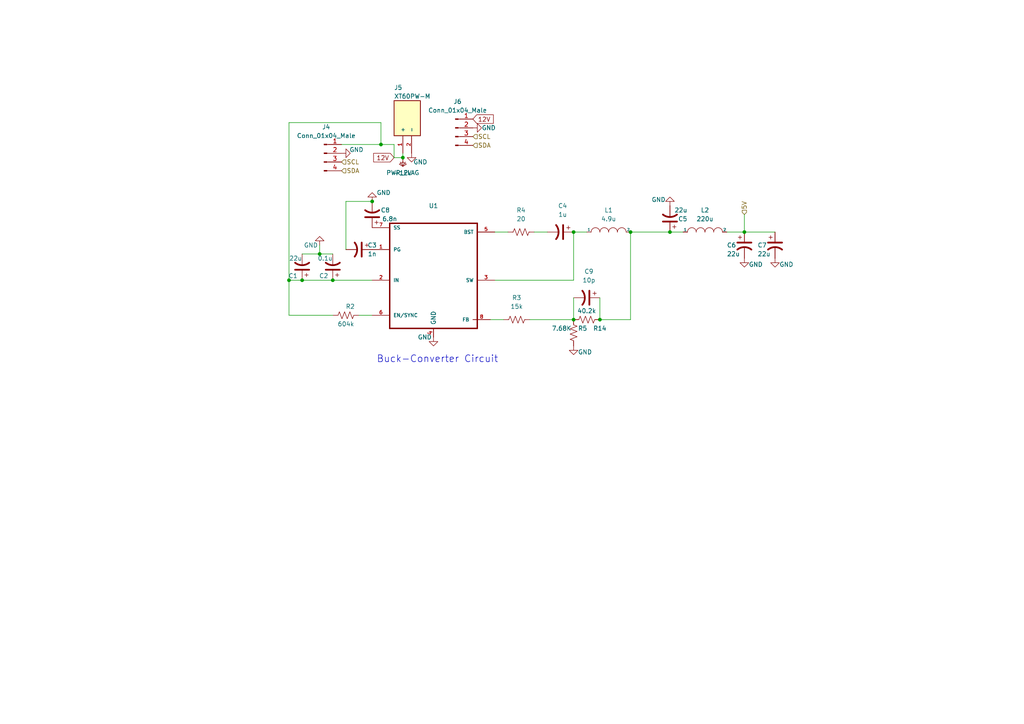
<source format=kicad_sch>
(kicad_sch (version 20211123) (generator eeschema)

  (uuid 44d8279a-9cd1-4db6-856f-0363131605fc)

  (paper "A4")

  (lib_symbols
    (symbol "Connector:Conn_01x04_Male" (pin_names (offset 1.016) hide) (in_bom yes) (on_board yes)
      (property "Reference" "J" (id 0) (at 0 5.08 0)
        (effects (font (size 1.27 1.27)))
      )
      (property "Value" "Conn_01x04_Male" (id 1) (at 0 -7.62 0)
        (effects (font (size 1.27 1.27)))
      )
      (property "Footprint" "" (id 2) (at 0 0 0)
        (effects (font (size 1.27 1.27)) hide)
      )
      (property "Datasheet" "~" (id 3) (at 0 0 0)
        (effects (font (size 1.27 1.27)) hide)
      )
      (property "ki_keywords" "connector" (id 4) (at 0 0 0)
        (effects (font (size 1.27 1.27)) hide)
      )
      (property "ki_description" "Generic connector, single row, 01x04, script generated (kicad-library-utils/schlib/autogen/connector/)" (id 5) (at 0 0 0)
        (effects (font (size 1.27 1.27)) hide)
      )
      (property "ki_fp_filters" "Connector*:*_1x??_*" (id 6) (at 0 0 0)
        (effects (font (size 1.27 1.27)) hide)
      )
      (symbol "Conn_01x04_Male_1_1"
        (polyline
          (pts
            (xy 1.27 -5.08)
            (xy 0.8636 -5.08)
          )
          (stroke (width 0.1524) (type default) (color 0 0 0 0))
          (fill (type none))
        )
        (polyline
          (pts
            (xy 1.27 -2.54)
            (xy 0.8636 -2.54)
          )
          (stroke (width 0.1524) (type default) (color 0 0 0 0))
          (fill (type none))
        )
        (polyline
          (pts
            (xy 1.27 0)
            (xy 0.8636 0)
          )
          (stroke (width 0.1524) (type default) (color 0 0 0 0))
          (fill (type none))
        )
        (polyline
          (pts
            (xy 1.27 2.54)
            (xy 0.8636 2.54)
          )
          (stroke (width 0.1524) (type default) (color 0 0 0 0))
          (fill (type none))
        )
        (rectangle (start 0.8636 -4.953) (end 0 -5.207)
          (stroke (width 0.1524) (type default) (color 0 0 0 0))
          (fill (type outline))
        )
        (rectangle (start 0.8636 -2.413) (end 0 -2.667)
          (stroke (width 0.1524) (type default) (color 0 0 0 0))
          (fill (type outline))
        )
        (rectangle (start 0.8636 0.127) (end 0 -0.127)
          (stroke (width 0.1524) (type default) (color 0 0 0 0))
          (fill (type outline))
        )
        (rectangle (start 0.8636 2.667) (end 0 2.413)
          (stroke (width 0.1524) (type default) (color 0 0 0 0))
          (fill (type outline))
        )
        (pin passive line (at 5.08 2.54 180) (length 3.81)
          (name "Pin_1" (effects (font (size 1.27 1.27))))
          (number "1" (effects (font (size 1.27 1.27))))
        )
        (pin passive line (at 5.08 0 180) (length 3.81)
          (name "Pin_2" (effects (font (size 1.27 1.27))))
          (number "2" (effects (font (size 1.27 1.27))))
        )
        (pin passive line (at 5.08 -2.54 180) (length 3.81)
          (name "Pin_3" (effects (font (size 1.27 1.27))))
          (number "3" (effects (font (size 1.27 1.27))))
        )
        (pin passive line (at 5.08 -5.08 180) (length 3.81)
          (name "Pin_4" (effects (font (size 1.27 1.27))))
          (number "4" (effects (font (size 1.27 1.27))))
        )
      )
    )
    (symbol "Device:C_Polarized_US" (pin_numbers hide) (pin_names (offset 0.254) hide) (in_bom yes) (on_board yes)
      (property "Reference" "C" (id 0) (at 0.635 2.54 0)
        (effects (font (size 1.27 1.27)) (justify left))
      )
      (property "Value" "C_Polarized_US" (id 1) (at 0.635 -2.54 0)
        (effects (font (size 1.27 1.27)) (justify left))
      )
      (property "Footprint" "" (id 2) (at 0 0 0)
        (effects (font (size 1.27 1.27)) hide)
      )
      (property "Datasheet" "~" (id 3) (at 0 0 0)
        (effects (font (size 1.27 1.27)) hide)
      )
      (property "ki_keywords" "cap capacitor" (id 4) (at 0 0 0)
        (effects (font (size 1.27 1.27)) hide)
      )
      (property "ki_description" "Polarized capacitor, US symbol" (id 5) (at 0 0 0)
        (effects (font (size 1.27 1.27)) hide)
      )
      (property "ki_fp_filters" "CP_*" (id 6) (at 0 0 0)
        (effects (font (size 1.27 1.27)) hide)
      )
      (symbol "C_Polarized_US_0_1"
        (polyline
          (pts
            (xy -2.032 0.762)
            (xy 2.032 0.762)
          )
          (stroke (width 0.508) (type default) (color 0 0 0 0))
          (fill (type none))
        )
        (polyline
          (pts
            (xy -1.778 2.286)
            (xy -0.762 2.286)
          )
          (stroke (width 0) (type default) (color 0 0 0 0))
          (fill (type none))
        )
        (polyline
          (pts
            (xy -1.27 1.778)
            (xy -1.27 2.794)
          )
          (stroke (width 0) (type default) (color 0 0 0 0))
          (fill (type none))
        )
        (arc (start 2.032 -1.27) (mid 0 -0.5572) (end -2.032 -1.27)
          (stroke (width 0.508) (type default) (color 0 0 0 0))
          (fill (type none))
        )
      )
      (symbol "C_Polarized_US_1_1"
        (pin passive line (at 0 3.81 270) (length 2.794)
          (name "~" (effects (font (size 1.27 1.27))))
          (number "1" (effects (font (size 1.27 1.27))))
        )
        (pin passive line (at 0 -3.81 90) (length 3.302)
          (name "~" (effects (font (size 1.27 1.27))))
          (number "2" (effects (font (size 1.27 1.27))))
        )
      )
    )
    (symbol "Device:R_US" (pin_numbers hide) (pin_names (offset 0)) (in_bom yes) (on_board yes)
      (property "Reference" "R" (id 0) (at 2.54 0 90)
        (effects (font (size 1.27 1.27)))
      )
      (property "Value" "R_US" (id 1) (at -2.54 0 90)
        (effects (font (size 1.27 1.27)))
      )
      (property "Footprint" "" (id 2) (at 1.016 -0.254 90)
        (effects (font (size 1.27 1.27)) hide)
      )
      (property "Datasheet" "~" (id 3) (at 0 0 0)
        (effects (font (size 1.27 1.27)) hide)
      )
      (property "ki_keywords" "R res resistor" (id 4) (at 0 0 0)
        (effects (font (size 1.27 1.27)) hide)
      )
      (property "ki_description" "Resistor, US symbol" (id 5) (at 0 0 0)
        (effects (font (size 1.27 1.27)) hide)
      )
      (property "ki_fp_filters" "R_*" (id 6) (at 0 0 0)
        (effects (font (size 1.27 1.27)) hide)
      )
      (symbol "R_US_0_1"
        (polyline
          (pts
            (xy 0 -2.286)
            (xy 0 -2.54)
          )
          (stroke (width 0) (type default) (color 0 0 0 0))
          (fill (type none))
        )
        (polyline
          (pts
            (xy 0 2.286)
            (xy 0 2.54)
          )
          (stroke (width 0) (type default) (color 0 0 0 0))
          (fill (type none))
        )
        (polyline
          (pts
            (xy 0 -0.762)
            (xy 1.016 -1.143)
            (xy 0 -1.524)
            (xy -1.016 -1.905)
            (xy 0 -2.286)
          )
          (stroke (width 0) (type default) (color 0 0 0 0))
          (fill (type none))
        )
        (polyline
          (pts
            (xy 0 0.762)
            (xy 1.016 0.381)
            (xy 0 0)
            (xy -1.016 -0.381)
            (xy 0 -0.762)
          )
          (stroke (width 0) (type default) (color 0 0 0 0))
          (fill (type none))
        )
        (polyline
          (pts
            (xy 0 2.286)
            (xy 1.016 1.905)
            (xy 0 1.524)
            (xy -1.016 1.143)
            (xy 0 0.762)
          )
          (stroke (width 0) (type default) (color 0 0 0 0))
          (fill (type none))
        )
      )
      (symbol "R_US_1_1"
        (pin passive line (at 0 3.81 270) (length 1.27)
          (name "~" (effects (font (size 1.27 1.27))))
          (number "1" (effects (font (size 1.27 1.27))))
        )
        (pin passive line (at 0 -3.81 90) (length 1.27)
          (name "~" (effects (font (size 1.27 1.27))))
          (number "2" (effects (font (size 1.27 1.27))))
        )
      )
    )
    (symbol "MP2315GJ-Z:MP2315GJ-Z" (pin_names (offset 1.016)) (in_bom yes) (on_board yes)
      (property "Reference" "U1" (id 0) (at 0 20.32 0)
        (effects (font (size 1.27 1.27)))
      )
      (property "Value" "MP2315GJ-Z" (id 1) (at 0 17.78 0)
        (effects (font (size 1.27 1.27)))
      )
      (property "Footprint" ".pretty:MP2393GTL-P" (id 2) (at 0 0 0)
        (effects (font (size 1.27 1.27)) (justify left bottom) hide)
      )
      (property "Datasheet" "https://www.monolithicpower.com/en/documentview/productdocument/index/version/2/document_type/Datasheet/lang/en/sku/MP2315/document_id/513" (id 3) (at 0 0 0)
        (effects (font (size 1.27 1.27)) (justify left bottom) hide)
      )
      (property "Order" "https://www.mouser.com/ProductDetail/Monolithic-Power-Systems-MPS/MP2393GTL-Z?qs=YCa%2FAAYMW02wfKsqEy92eA%3D%3D" (id 4) (at 0 0 0)
        (effects (font (size 1.27 1.27)) (justify left bottom) hide)
      )
      (property "ki_locked" "" (id 5) (at 0 0 0)
        (effects (font (size 1.27 1.27)))
      )
      (symbol "MP2315GJ-Z_0_0"
        (polyline
          (pts
            (xy -12.7 -15.24)
            (xy -12.7 15.24)
          )
          (stroke (width 0.4064) (type default) (color 0 0 0 0))
          (fill (type none))
        )
        (polyline
          (pts
            (xy -12.7 15.24)
            (xy 12.7 15.24)
          )
          (stroke (width 0.4064) (type default) (color 0 0 0 0))
          (fill (type outline))
        )
        (polyline
          (pts
            (xy 12.7 -15.24)
            (xy -12.7 -15.24)
          )
          (stroke (width 0.4064) (type default) (color 0 0 0 0))
          (fill (type none))
        )
        (polyline
          (pts
            (xy 12.7 15.24)
            (xy 12.7 -15.24)
          )
          (stroke (width 0.4064) (type default) (color 0 0 0 0))
          (fill (type none))
        )
        (pin input line (at -17.78 7.62 0) (length 5.08)
          (name "PG" (effects (font (size 1.016 1.016))))
          (number "1" (effects (font (size 1.016 1.016))))
        )
        (pin power_in line (at -17.78 -1.27 0) (length 5.08)
          (name "IN" (effects (font (size 1.016 1.016))))
          (number "2" (effects (font (size 1.016 1.016))))
        )
        (pin bidirectional line (at 17.78 -1.27 180) (length 5.08)
          (name "SW" (effects (font (size 1.016 1.016))))
          (number "3" (effects (font (size 1.016 1.016))))
        )
        (pin output line (at 17.78 12.7 180) (length 5.08)
          (name "BST" (effects (font (size 1.016 1.016))))
          (number "5" (effects (font (size 1.016 1.016))))
        )
        (pin input line (at -17.78 -11.43 0) (length 5.08)
          (name "EN/SYNC" (effects (font (size 1.016 1.016))))
          (number "6" (effects (font (size 1.016 1.016))))
        )
        (pin power_out line (at -17.78 13.97 0) (length 5.08)
          (name "SS" (effects (font (size 1.016 1.016))))
          (number "7" (effects (font (size 1.016 1.016))))
        )
        (pin bidirectional line (at 16.51 -12.7 180) (length 5.08)
          (name "FB" (effects (font (size 1.016 1.016))))
          (number "8" (effects (font (size 1.016 1.016))))
        )
      )
      (symbol "MP2315GJ-Z_1_1"
        (rectangle (start -12.7 15.24) (end 12.7 -15.24)
          (stroke (width 0) (type default) (color 0 0 0 0))
          (fill (type none))
        )
        (pin power_out line (at 0 -17.78 90) (length 2.54)
          (name "GND" (effects (font (size 1.27 1.27))))
          (number "4" (effects (font (size 1.27 1.27))))
        )
      )
    )
    (symbol "XT60PW-M:XT60PW-M" (pin_names (offset 1.016)) (in_bom yes) (on_board yes)
      (property "Reference" "J" (id 0) (at -5.08 5.715 0)
        (effects (font (size 1.27 1.27)) (justify left bottom))
      )
      (property "Value" "XT60PW-M" (id 1) (at -5.08 -5.08 0)
        (effects (font (size 1.27 1.27)) (justify left bottom))
      )
      (property "Footprint" "AMASS_XT60PW-M" (id 2) (at 0 0 0)
        (effects (font (size 1.27 1.27)) (justify left bottom) hide)
      )
      (property "Datasheet" "" (id 3) (at 0 0 0)
        (effects (font (size 1.27 1.27)) (justify left bottom) hide)
      )
      (property "STANDARD" "Manufacturer recommendations" (id 4) (at 0 0 0)
        (effects (font (size 1.27 1.27)) (justify left bottom) hide)
      )
      (property "PARTREV" "V1.2" (id 5) (at 0 0 0)
        (effects (font (size 1.27 1.27)) (justify left bottom) hide)
      )
      (property "MANUFACTURER" "AMASS" (id 6) (at 0 0 0)
        (effects (font (size 1.27 1.27)) (justify left bottom) hide)
      )
      (property "MAXIMUM_PACKAGE_HEIGHT" "8.4 mm" (id 7) (at 0 0 0)
        (effects (font (size 1.27 1.27)) (justify left bottom) hide)
      )
      (property "ki_locked" "" (id 8) (at 0 0 0)
        (effects (font (size 1.27 1.27)))
      )
      (symbol "XT60PW-M_0_0"
        (rectangle (start -5.08 -2.54) (end 5.08 5.08)
          (stroke (width 0.254) (type default) (color 0 0 0 0))
          (fill (type background))
        )
        (pin passive line (at -10.16 2.54 0) (length 5.08)
          (name "+" (effects (font (size 1.016 1.016))))
          (number "1" (effects (font (size 1.016 1.016))))
        )
        (pin passive line (at -10.16 0 0) (length 5.08)
          (name "-" (effects (font (size 1.016 1.016))))
          (number "2" (effects (font (size 1.016 1.016))))
        )
      )
    )
    (symbol "power:+12V" (power) (pin_names (offset 0)) (in_bom yes) (on_board yes)
      (property "Reference" "#PWR" (id 0) (at 0 -3.81 0)
        (effects (font (size 1.27 1.27)) hide)
      )
      (property "Value" "+12V" (id 1) (at 0 3.556 0)
        (effects (font (size 1.27 1.27)))
      )
      (property "Footprint" "" (id 2) (at 0 0 0)
        (effects (font (size 1.27 1.27)) hide)
      )
      (property "Datasheet" "" (id 3) (at 0 0 0)
        (effects (font (size 1.27 1.27)) hide)
      )
      (property "ki_keywords" "power-flag" (id 4) (at 0 0 0)
        (effects (font (size 1.27 1.27)) hide)
      )
      (property "ki_description" "Power symbol creates a global label with name \"+12V\"" (id 5) (at 0 0 0)
        (effects (font (size 1.27 1.27)) hide)
      )
      (symbol "+12V_0_1"
        (polyline
          (pts
            (xy -0.762 1.27)
            (xy 0 2.54)
          )
          (stroke (width 0) (type default) (color 0 0 0 0))
          (fill (type none))
        )
        (polyline
          (pts
            (xy 0 0)
            (xy 0 2.54)
          )
          (stroke (width 0) (type default) (color 0 0 0 0))
          (fill (type none))
        )
        (polyline
          (pts
            (xy 0 2.54)
            (xy 0.762 1.27)
          )
          (stroke (width 0) (type default) (color 0 0 0 0))
          (fill (type none))
        )
      )
      (symbol "+12V_1_1"
        (pin power_in line (at 0 0 90) (length 0) hide
          (name "+12V" (effects (font (size 1.27 1.27))))
          (number "1" (effects (font (size 1.27 1.27))))
        )
      )
    )
    (symbol "power:GND" (power) (pin_names (offset 0)) (in_bom yes) (on_board yes)
      (property "Reference" "#PWR" (id 0) (at 0 -6.35 0)
        (effects (font (size 1.27 1.27)) hide)
      )
      (property "Value" "GND" (id 1) (at 0 -3.81 0)
        (effects (font (size 1.27 1.27)))
      )
      (property "Footprint" "" (id 2) (at 0 0 0)
        (effects (font (size 1.27 1.27)) hide)
      )
      (property "Datasheet" "" (id 3) (at 0 0 0)
        (effects (font (size 1.27 1.27)) hide)
      )
      (property "ki_keywords" "power-flag" (id 4) (at 0 0 0)
        (effects (font (size 1.27 1.27)) hide)
      )
      (property "ki_description" "Power symbol creates a global label with name \"GND\" , ground" (id 5) (at 0 0 0)
        (effects (font (size 1.27 1.27)) hide)
      )
      (symbol "GND_0_1"
        (polyline
          (pts
            (xy 0 0)
            (xy 0 -1.27)
            (xy 1.27 -1.27)
            (xy 0 -2.54)
            (xy -1.27 -1.27)
            (xy 0 -1.27)
          )
          (stroke (width 0) (type default) (color 0 0 0 0))
          (fill (type none))
        )
      )
      (symbol "GND_1_1"
        (pin power_in line (at 0 0 270) (length 0) hide
          (name "GND" (effects (font (size 1.27 1.27))))
          (number "1" (effects (font (size 1.27 1.27))))
        )
      )
    )
    (symbol "power:PWR_FLAG" (power) (pin_numbers hide) (pin_names (offset 0) hide) (in_bom yes) (on_board yes)
      (property "Reference" "#FLG" (id 0) (at 0 1.905 0)
        (effects (font (size 1.27 1.27)) hide)
      )
      (property "Value" "PWR_FLAG" (id 1) (at 0 3.81 0)
        (effects (font (size 1.27 1.27)))
      )
      (property "Footprint" "" (id 2) (at 0 0 0)
        (effects (font (size 1.27 1.27)) hide)
      )
      (property "Datasheet" "~" (id 3) (at 0 0 0)
        (effects (font (size 1.27 1.27)) hide)
      )
      (property "ki_keywords" "power-flag" (id 4) (at 0 0 0)
        (effects (font (size 1.27 1.27)) hide)
      )
      (property "ki_description" "Special symbol for telling ERC where power comes from" (id 5) (at 0 0 0)
        (effects (font (size 1.27 1.27)) hide)
      )
      (symbol "PWR_FLAG_0_0"
        (pin power_out line (at 0 0 90) (length 0)
          (name "pwr" (effects (font (size 1.27 1.27))))
          (number "1" (effects (font (size 1.27 1.27))))
        )
      )
      (symbol "PWR_FLAG_0_1"
        (polyline
          (pts
            (xy 0 0)
            (xy 0 1.27)
            (xy -1.016 1.905)
            (xy 0 2.54)
            (xy 1.016 1.905)
            (xy 0 1.27)
          )
          (stroke (width 0) (type default) (color 0 0 0 0))
          (fill (type none))
        )
      )
    )
    (symbol "pspice:INDUCTOR" (pin_numbers hide) (pin_names (offset 0)) (in_bom yes) (on_board yes)
      (property "Reference" "L" (id 0) (at 0 2.54 0)
        (effects (font (size 1.27 1.27)))
      )
      (property "Value" "INDUCTOR" (id 1) (at 0 -1.27 0)
        (effects (font (size 1.27 1.27)))
      )
      (property "Footprint" "" (id 2) (at 0 0 0)
        (effects (font (size 1.27 1.27)) hide)
      )
      (property "Datasheet" "~" (id 3) (at 0 0 0)
        (effects (font (size 1.27 1.27)) hide)
      )
      (property "ki_keywords" "simulation" (id 4) (at 0 0 0)
        (effects (font (size 1.27 1.27)) hide)
      )
      (property "ki_description" "Inductor symbol for simulation only" (id 5) (at 0 0 0)
        (effects (font (size 1.27 1.27)) hide)
      )
      (symbol "INDUCTOR_0_1"
        (arc (start -2.54 0) (mid -3.81 1.27) (end -5.08 0)
          (stroke (width 0) (type default) (color 0 0 0 0))
          (fill (type none))
        )
        (arc (start 0 0) (mid -1.27 1.27) (end -2.54 0)
          (stroke (width 0) (type default) (color 0 0 0 0))
          (fill (type none))
        )
        (arc (start 2.54 0) (mid 1.27 1.27) (end 0 0)
          (stroke (width 0) (type default) (color 0 0 0 0))
          (fill (type none))
        )
        (arc (start 5.08 0) (mid 3.81 1.27) (end 2.54 0)
          (stroke (width 0) (type default) (color 0 0 0 0))
          (fill (type none))
        )
      )
      (symbol "INDUCTOR_1_1"
        (pin input line (at -6.35 0 0) (length 1.27)
          (name "1" (effects (font (size 0.762 0.762))))
          (number "1" (effects (font (size 0.762 0.762))))
        )
        (pin input line (at 6.35 0 180) (length 1.27)
          (name "2" (effects (font (size 0.762 0.762))))
          (number "2" (effects (font (size 0.762 0.762))))
        )
      )
    )
  )

  (junction (at 110.49 41.91) (diameter 0) (color 0 0 0 0)
    (uuid 296d5e80-c82b-4862-affe-a8be0eb030a8)
  )
  (junction (at 83.82 81.28) (diameter 0) (color 0 0 0 0)
    (uuid 3a6b56b8-3ae6-4308-a785-b39e99a864b4)
  )
  (junction (at 194.31 67.31) (diameter 0) (color 0 0 0 0)
    (uuid 3f9124ef-ff7e-4a86-8f4f-b7178560c014)
  )
  (junction (at 87.63 81.28) (diameter 0) (color 0 0 0 0)
    (uuid 4908d353-f3a7-4d97-b7a6-bf29235fc1e7)
  )
  (junction (at 173.99 92.71) (diameter 0) (color 0 0 0 0)
    (uuid 92d794c7-9275-47bf-a884-3a8155d699d3)
  )
  (junction (at 107.95 58.42) (diameter 0) (color 0 0 0 0)
    (uuid 9d39b29d-4594-41ba-88b8-41b6d937278e)
  )
  (junction (at 215.9 67.31) (diameter 0) (color 0 0 0 0)
    (uuid a4726d8a-e874-483d-be3e-48465f4466a2)
  )
  (junction (at 116.84 45.72) (diameter 0) (color 0 0 0 0)
    (uuid ab3ff2d1-8c7c-4150-abc3-b48f5f21fd8f)
  )
  (junction (at 96.52 81.28) (diameter 0) (color 0 0 0 0)
    (uuid bed8a79a-d919-44c0-9f8f-88e1b8480add)
  )
  (junction (at 92.71 73.66) (diameter 0) (color 0 0 0 0)
    (uuid cb660648-9ea1-4c68-9c75-cf5bf476f82d)
  )
  (junction (at 166.37 67.31) (diameter 0) (color 0 0 0 0)
    (uuid d2d1e241-b845-4d21-8872-bb1c6d5c9757)
  )
  (junction (at 166.37 92.71) (diameter 0) (color 0 0 0 0)
    (uuid f467b6c3-9f32-4967-af98-a80dc15f56f5)
  )
  (junction (at 182.88 67.31) (diameter 0) (color 0 0 0 0)
    (uuid f8e42984-47b4-4872-a753-d80ad5df6973)
  )

  (wire (pts (xy 182.88 92.71) (xy 173.99 92.71))
    (stroke (width 0) (type default) (color 0 0 0 0))
    (uuid 2481b121-ee8d-46ca-bcda-cc13dae72559)
  )
  (wire (pts (xy 87.63 73.66) (xy 92.71 73.66))
    (stroke (width 0) (type default) (color 0 0 0 0))
    (uuid 261541f1-3c0f-4112-844b-d0b839f53798)
  )
  (wire (pts (xy 154.94 67.31) (xy 158.75 67.31))
    (stroke (width 0) (type default) (color 0 0 0 0))
    (uuid 2c68ddcb-4e30-4b8f-b2c2-3bb4e2de93e1)
  )
  (wire (pts (xy 96.52 81.28) (xy 107.95 81.28))
    (stroke (width 0) (type default) (color 0 0 0 0))
    (uuid 336af946-da9e-40d0-a74c-dd584580112a)
  )
  (wire (pts (xy 92.71 71.12) (xy 92.71 73.66))
    (stroke (width 0) (type default) (color 0 0 0 0))
    (uuid 3374f587-2d01-4691-a6e3-8fc7c4a0d165)
  )
  (wire (pts (xy 182.88 67.31) (xy 182.88 92.71))
    (stroke (width 0) (type default) (color 0 0 0 0))
    (uuid 3854d750-c236-4f1d-b500-f9125c36ef5d)
  )
  (wire (pts (xy 173.99 86.36) (xy 173.99 92.71))
    (stroke (width 0) (type default) (color 0 0 0 0))
    (uuid 38a2c15e-d69b-4d2c-b9e1-9cbb900372dd)
  )
  (wire (pts (xy 104.14 91.44) (xy 107.95 91.44))
    (stroke (width 0) (type default) (color 0 0 0 0))
    (uuid 3dae4d25-cea0-48bd-a894-81406549b9b4)
  )
  (wire (pts (xy 166.37 67.31) (xy 170.18 67.31))
    (stroke (width 0) (type default) (color 0 0 0 0))
    (uuid 440c954d-dd56-41c1-be5f-48967e2bc6b1)
  )
  (wire (pts (xy 114.3 41.91) (xy 114.3 45.72))
    (stroke (width 0) (type default) (color 0 0 0 0))
    (uuid 44c673c3-20c5-47a2-9920-37f2a3704dc8)
  )
  (wire (pts (xy 143.51 81.28) (xy 166.37 81.28))
    (stroke (width 0) (type default) (color 0 0 0 0))
    (uuid 45c80d87-1194-487a-82c1-a8d2bd6ae414)
  )
  (wire (pts (xy 110.49 41.91) (xy 114.3 41.91))
    (stroke (width 0) (type default) (color 0 0 0 0))
    (uuid 4b656d6a-c7a4-4eb3-b0cf-36d7c4193002)
  )
  (wire (pts (xy 166.37 86.36) (xy 166.37 92.71))
    (stroke (width 0) (type default) (color 0 0 0 0))
    (uuid 5ba94ecc-0683-4a86-a1bb-f7cf9bf1eaf4)
  )
  (wire (pts (xy 143.51 67.31) (xy 147.32 67.31))
    (stroke (width 0) (type default) (color 0 0 0 0))
    (uuid 5fdf3882-6518-48fd-8eaa-534a093f82a5)
  )
  (wire (pts (xy 83.82 35.56) (xy 110.49 35.56))
    (stroke (width 0) (type default) (color 0 0 0 0))
    (uuid 71bdeef3-98d0-4696-b411-2d9df0d5a06a)
  )
  (wire (pts (xy 83.82 35.56) (xy 83.82 81.28))
    (stroke (width 0) (type default) (color 0 0 0 0))
    (uuid 7b4502f2-d2f6-4753-8860-97adb3be50b5)
  )
  (wire (pts (xy 116.84 44.45) (xy 116.84 45.72))
    (stroke (width 0) (type default) (color 0 0 0 0))
    (uuid 7b7514e4-743e-46f6-8fc2-fea9db270045)
  )
  (wire (pts (xy 100.33 58.42) (xy 107.95 58.42))
    (stroke (width 0) (type default) (color 0 0 0 0))
    (uuid 7c7417ad-5332-4bab-84b1-511545533c5b)
  )
  (wire (pts (xy 92.71 73.66) (xy 96.52 73.66))
    (stroke (width 0) (type default) (color 0 0 0 0))
    (uuid 892cc84f-f9a3-4fcf-a321-773cda08473d)
  )
  (wire (pts (xy 194.31 67.31) (xy 198.12 67.31))
    (stroke (width 0) (type default) (color 0 0 0 0))
    (uuid 8b656090-22bf-49f2-bd73-889219d6a800)
  )
  (wire (pts (xy 215.9 62.23) (xy 215.9 67.31))
    (stroke (width 0) (type default) (color 0 0 0 0))
    (uuid 9734dc12-cd80-4c66-a8d1-e365c5cc77ed)
  )
  (wire (pts (xy 99.06 41.91) (xy 110.49 41.91))
    (stroke (width 0) (type default) (color 0 0 0 0))
    (uuid a183b2fd-7279-4045-9676-06471409624a)
  )
  (wire (pts (xy 114.3 45.72) (xy 116.84 45.72))
    (stroke (width 0) (type default) (color 0 0 0 0))
    (uuid a34797b1-843c-45f6-807f-d0ba04550a59)
  )
  (wire (pts (xy 87.63 81.28) (xy 96.52 81.28))
    (stroke (width 0) (type default) (color 0 0 0 0))
    (uuid a55d5eb8-145d-414e-8315-06e381ced580)
  )
  (wire (pts (xy 182.88 67.31) (xy 194.31 67.31))
    (stroke (width 0) (type default) (color 0 0 0 0))
    (uuid b50ed894-659b-4ccf-b577-1fd3571af6c5)
  )
  (wire (pts (xy 83.82 91.44) (xy 83.82 81.28))
    (stroke (width 0) (type default) (color 0 0 0 0))
    (uuid be089d7b-c622-4a66-bde9-6a7cb91e9b03)
  )
  (wire (pts (xy 110.49 35.56) (xy 110.49 41.91))
    (stroke (width 0) (type default) (color 0 0 0 0))
    (uuid c09b062b-2e5c-4d4c-aaa9-ccc1768ec4a9)
  )
  (wire (pts (xy 146.05 92.71) (xy 142.24 92.71))
    (stroke (width 0) (type default) (color 0 0 0 0))
    (uuid c26c79e0-eaf9-4d8c-a1bc-a755450d76d8)
  )
  (wire (pts (xy 153.67 92.71) (xy 166.37 92.71))
    (stroke (width 0) (type default) (color 0 0 0 0))
    (uuid c2d2c217-06f0-4231-96e0-b675dc5dee0b)
  )
  (wire (pts (xy 96.52 91.44) (xy 83.82 91.44))
    (stroke (width 0) (type default) (color 0 0 0 0))
    (uuid c7007b01-b716-499b-ab5e-99d9a5ddb236)
  )
  (wire (pts (xy 215.9 67.31) (xy 224.79 67.31))
    (stroke (width 0) (type default) (color 0 0 0 0))
    (uuid d0da941d-a4dd-4d5e-94e9-e3a734b638e3)
  )
  (wire (pts (xy 83.82 81.28) (xy 87.63 81.28))
    (stroke (width 0) (type default) (color 0 0 0 0))
    (uuid d5cc58d1-7af1-456c-b5f1-7bcaa9b9d391)
  )
  (wire (pts (xy 100.33 72.39) (xy 100.33 58.42))
    (stroke (width 0) (type default) (color 0 0 0 0))
    (uuid d7f6137f-be5b-4d47-a2a5-c7acd6bf1062)
  )
  (wire (pts (xy 210.82 67.31) (xy 215.9 67.31))
    (stroke (width 0) (type default) (color 0 0 0 0))
    (uuid e44ab8a7-c22a-403e-a5e4-f23c991f63d5)
  )
  (wire (pts (xy 166.37 81.28) (xy 166.37 67.31))
    (stroke (width 0) (type default) (color 0 0 0 0))
    (uuid f226540f-0d28-46f5-808c-dd8c509d7182)
  )

  (text "Buck-Converter Circuit" (at 109.22 105.41 0)
    (effects (font (size 2 2)) (justify left bottom))
    (uuid e7d01280-1638-40ab-865c-d83a62642c95)
  )

  (global_label "12V" (shape input) (at 114.3 45.72 180) (fields_autoplaced)
    (effects (font (size 1.27 1.27)) (justify right))
    (uuid 7dc880bc-e7eb-4cce-8d8c-0b65a9dd788e)
    (property "Intersheet References" "${INTERSHEET_REFS}" (id 0) (at -9.652 -0.762 0)
      (effects (font (size 1.27 1.27)) hide)
    )
  )
  (global_label "12V" (shape input) (at 137.16 34.544 0) (fields_autoplaced)
    (effects (font (size 1.27 1.27)) (justify left))
    (uuid c35c243a-c28c-48da-8a2a-504470ca1dd3)
    (property "Intersheet References" "${INTERSHEET_REFS}" (id 0) (at 261.112 81.026 0)
      (effects (font (size 1.27 1.27)) hide)
    )
  )

  (hierarchical_label "SCL" (shape input) (at 137.16 39.624 0)
    (effects (font (size 1.27 1.27)) (justify left))
    (uuid 3636c872-9d44-4e25-8508-52ae4d269507)
  )
  (hierarchical_label "SDA" (shape input) (at 99.06 49.53 0)
    (effects (font (size 1.27 1.27)) (justify left))
    (uuid 3e903008-0276-4a73-8edb-5d9dfde6297c)
  )
  (hierarchical_label "SDA" (shape input) (at 137.16 42.164 0)
    (effects (font (size 1.27 1.27)) (justify left))
    (uuid 65c1b946-a6bb-44fb-b211-0a5d39c28996)
  )
  (hierarchical_label "5V" (shape input) (at 215.9 62.23 90)
    (effects (font (size 1.27 1.27)) (justify left))
    (uuid 758dddb4-8fe9-445c-bdf8-b341b4a47047)
  )
  (hierarchical_label "SCL" (shape input) (at 99.06 46.99 0)
    (effects (font (size 1.27 1.27)) (justify left))
    (uuid 75ffc65c-7132-4411-9f2a-ae0c73d79338)
  )

  (symbol (lib_id "power:GND") (at 119.38 44.45 0) (unit 1)
    (in_bom yes) (on_board yes)
    (uuid 00000000-0000-0000-0000-0000625255a6)
    (property "Reference" "#PWR0102" (id 0) (at 119.38 50.8 0)
      (effects (font (size 1.27 1.27)) hide)
    )
    (property "Value" "GND" (id 1) (at 121.92 46.99 0))
    (property "Footprint" "" (id 2) (at 119.38 44.45 0)
      (effects (font (size 1.27 1.27)) hide)
    )
    (property "Datasheet" "" (id 3) (at 119.38 44.45 0)
      (effects (font (size 1.27 1.27)) hide)
    )
    (pin "1" (uuid 1d2d5409-88f7-49e7-af86-7e9d4508aee5))
  )

  (symbol (lib_id "power:GND") (at 99.06 44.45 90) (unit 1)
    (in_bom yes) (on_board yes)
    (uuid 00000000-0000-0000-0000-0000625334fb)
    (property "Reference" "#PWR0106" (id 0) (at 105.41 44.45 0)
      (effects (font (size 1.27 1.27)) hide)
    )
    (property "Value" "GND" (id 1) (at 101.346 43.434 90)
      (effects (font (size 1.27 1.27)) (justify right))
    )
    (property "Footprint" "" (id 2) (at 99.06 44.45 0)
      (effects (font (size 1.27 1.27)) hide)
    )
    (property "Datasheet" "" (id 3) (at 99.06 44.45 0)
      (effects (font (size 1.27 1.27)) hide)
    )
    (pin "1" (uuid 660f274e-865c-4a92-9f67-759f39e3f3e2))
  )

  (symbol (lib_id "power:PWR_FLAG") (at 116.84 45.72 180) (unit 1)
    (in_bom yes) (on_board yes)
    (uuid 00000000-0000-0000-0000-000062533e89)
    (property "Reference" "#FLG0101" (id 0) (at 116.84 47.625 0)
      (effects (font (size 1.27 1.27)) hide)
    )
    (property "Value" "PWR_FLAG" (id 1) (at 116.84 50.1142 0))
    (property "Footprint" "" (id 2) (at 116.84 45.72 0)
      (effects (font (size 1.27 1.27)) hide)
    )
    (property "Datasheet" "~" (id 3) (at 116.84 45.72 0)
      (effects (font (size 1.27 1.27)) hide)
    )
    (pin "1" (uuid 3dfb52c6-9d35-4f96-9279-c27e60d1dc50))
  )

  (symbol (lib_id "Device:C_Polarized_US") (at 224.79 71.12 0) (unit 1)
    (in_bom yes) (on_board yes)
    (uuid 011cea97-6c64-4775-b76d-b4988ee2ebba)
    (property "Reference" "C7" (id 0) (at 219.71 71.12 0)
      (effects (font (size 1.27 1.27)) (justify left))
    )
    (property "Value" "22u" (id 1) (at 219.71 73.66 0)
      (effects (font (size 1.27 1.27)) (justify left))
    )
    (property "Footprint" "Capacitor_SMD:C_1210_3225Metric_Pad1.33x2.70mm_HandSolder" (id 2) (at 224.79 71.12 0)
      (effects (font (size 1.27 1.27)) hide)
    )
    (property "Datasheet" "~" (id 3) (at 224.79 71.12 0)
      (effects (font (size 1.27 1.27)) hide)
    )
    (pin "1" (uuid e5698f97-9b46-4685-93a9-dae619ba0915))
    (pin "2" (uuid 391bed6e-78d7-48af-8142-596d4145e9b7))
  )

  (symbol (lib_id "Device:R_US") (at 170.18 92.71 270) (unit 1)
    (in_bom yes) (on_board yes)
    (uuid 0babeadc-b38f-478d-a52d-d91f4677b2e1)
    (property "Reference" "R14" (id 0) (at 173.99 95.25 90))
    (property "Value" "40.2k" (id 1) (at 170.18 90.17 90))
    (property "Footprint" "Resistor_SMD:R_0805_2012Metric_Pad1.20x1.40mm_HandSolder" (id 2) (at 169.926 93.726 90)
      (effects (font (size 1.27 1.27)) hide)
    )
    (property "Datasheet" "~" (id 3) (at 170.18 92.71 0)
      (effects (font (size 1.27 1.27)) hide)
    )
    (pin "1" (uuid 51e698a6-9c00-44f2-aa53-30c3c2ba6fbf))
    (pin "2" (uuid 3679216d-3ba9-4e62-8d9e-7d5a670fca53))
  )

  (symbol (lib_id "Device:R_US") (at 151.13 67.31 90) (unit 1)
    (in_bom yes) (on_board yes) (fields_autoplaced)
    (uuid 104d142c-2848-43a9-90f7-418cfe11ef1c)
    (property "Reference" "R4" (id 0) (at 151.13 60.96 90))
    (property "Value" "20" (id 1) (at 151.13 63.5 90))
    (property "Footprint" "Resistor_SMD:R_0603_1608Metric_Pad0.98x0.95mm_HandSolder" (id 2) (at 151.384 66.294 90)
      (effects (font (size 1.27 1.27)) hide)
    )
    (property "Datasheet" "~" (id 3) (at 151.13 67.31 0)
      (effects (font (size 1.27 1.27)) hide)
    )
    (pin "1" (uuid 019fbf21-a335-4212-bbb7-9eba677af132))
    (pin "2" (uuid 6670c647-74ef-4006-8d39-81875fd9979a))
  )

  (symbol (lib_id "Device:C_Polarized_US") (at 162.56 67.31 270) (unit 1)
    (in_bom yes) (on_board yes) (fields_autoplaced)
    (uuid 1668cb17-390e-40a7-acfc-1a603d907707)
    (property "Reference" "C4" (id 0) (at 163.195 59.69 90))
    (property "Value" "1u" (id 1) (at 163.195 62.23 90))
    (property "Footprint" "" (id 2) (at 162.56 67.31 0)
      (effects (font (size 1.27 1.27)) hide)
    )
    (property "Datasheet" "~" (id 3) (at 162.56 67.31 0)
      (effects (font (size 1.27 1.27)) hide)
    )
    (pin "1" (uuid 209fb4b9-5063-42f4-9753-a512aa0b12a3))
    (pin "2" (uuid 4222c270-610d-4bbe-a29a-4ed5d9b44d38))
  )

  (symbol (lib_id "power:GND") (at 215.9 74.93 0) (unit 1)
    (in_bom yes) (on_board yes)
    (uuid 16afa295-765b-4e8c-881c-2801687e6b4a)
    (property "Reference" "#PWR0112" (id 0) (at 215.9 81.28 0)
      (effects (font (size 1.27 1.27)) hide)
    )
    (property "Value" "GND" (id 1) (at 219.202 76.708 0))
    (property "Footprint" "" (id 2) (at 215.9 74.93 0)
      (effects (font (size 1.27 1.27)) hide)
    )
    (property "Datasheet" "" (id 3) (at 215.9 74.93 0)
      (effects (font (size 1.27 1.27)) hide)
    )
    (pin "1" (uuid eb5d22b1-e8c7-4687-b383-ef2e49831683))
  )

  (symbol (lib_id "power:GND") (at 166.37 100.33 0) (unit 1)
    (in_bom yes) (on_board yes)
    (uuid 20b38925-4816-4bd8-b3e5-62aa8da0ed4f)
    (property "Reference" "#PWR0114" (id 0) (at 166.37 106.68 0)
      (effects (font (size 1.27 1.27)) hide)
    )
    (property "Value" "GND" (id 1) (at 169.672 102.108 0))
    (property "Footprint" "" (id 2) (at 166.37 100.33 0)
      (effects (font (size 1.27 1.27)) hide)
    )
    (property "Datasheet" "" (id 3) (at 166.37 100.33 0)
      (effects (font (size 1.27 1.27)) hide)
    )
    (pin "1" (uuid 1dc74f8c-2fde-4182-80f7-48f94c70feb6))
  )

  (symbol (lib_id "power:GND") (at 224.79 74.93 0) (unit 1)
    (in_bom yes) (on_board yes)
    (uuid 256ec7c6-8d37-4dc0-9a83-37b528333626)
    (property "Reference" "#PWR0113" (id 0) (at 224.79 81.28 0)
      (effects (font (size 1.27 1.27)) hide)
    )
    (property "Value" "GND" (id 1) (at 228.092 76.708 0))
    (property "Footprint" "" (id 2) (at 224.79 74.93 0)
      (effects (font (size 1.27 1.27)) hide)
    )
    (property "Datasheet" "" (id 3) (at 224.79 74.93 0)
      (effects (font (size 1.27 1.27)) hide)
    )
    (pin "1" (uuid 43a70889-bebb-45cb-aa6f-68472bd4aac5))
  )

  (symbol (lib_id "power:GND") (at 92.71 71.12 180) (unit 1)
    (in_bom yes) (on_board yes)
    (uuid 27eb8536-aa1f-44f6-b088-4549c45c28fa)
    (property "Reference" "#PWR0103" (id 0) (at 92.71 64.77 0)
      (effects (font (size 1.27 1.27)) hide)
    )
    (property "Value" "GND" (id 1) (at 90.17 71.12 0))
    (property "Footprint" "" (id 2) (at 92.71 71.12 0)
      (effects (font (size 1.27 1.27)) hide)
    )
    (property "Datasheet" "" (id 3) (at 92.71 71.12 0)
      (effects (font (size 1.27 1.27)) hide)
    )
    (pin "1" (uuid f3718bd8-d521-4482-a849-9cddd72f62f5))
  )

  (symbol (lib_id "MP2315GJ-Z:MP2315GJ-Z") (at 125.73 80.01 0) (unit 1)
    (in_bom yes) (on_board yes) (fields_autoplaced)
    (uuid 2b4ab531-2533-40ee-9540-928bfe9e3de1)
    (property "Reference" "U1" (id 0) (at 125.73 59.69 0))
    (property "Value" "" (id 1) (at 125.73 62.23 0))
    (property "Footprint" "" (id 2) (at 125.73 80.01 0)
      (effects (font (size 1.27 1.27)) (justify left bottom) hide)
    )
    (property "Datasheet" "https://www.monolithicpower.com/en/documentview/productdocument/index/version/2/document_type/Datasheet/lang/en/sku/MP2315/document_id/513" (id 3) (at 125.73 80.01 0)
      (effects (font (size 1.27 1.27)) (justify left bottom) hide)
    )
    (property "Order" "https://www.mouser.com/ProductDetail/Monolithic-Power-Systems-MPS/MP2393GTL-Z?qs=YCa%2FAAYMW02wfKsqEy92eA%3D%3D" (id 4) (at 125.73 80.01 0)
      (effects (font (size 1.27 1.27)) (justify left bottom) hide)
    )
    (pin "1" (uuid b46f048c-1f03-4b6d-a7a0-f000320b5227))
    (pin "2" (uuid 577015d0-447d-4e0d-81c7-0dbfe28aa2a5))
    (pin "3" (uuid bfdff2b8-c153-4726-b18a-2758f91b7fc0))
    (pin "5" (uuid 2fc7e7b0-6ab9-4402-b7d9-42bb8f758038))
    (pin "6" (uuid 6af654a4-da7d-4192-b911-459b392c591a))
    (pin "7" (uuid 5c00c20c-e55c-41f0-9f22-d63731dd5734))
    (pin "8" (uuid 2c0ce8a2-1484-42fe-b01f-9498c34c09d7))
    (pin "4" (uuid 5d365a4b-69ec-495c-8c9e-9b3926051335))
  )

  (symbol (lib_id "Device:R_US") (at 100.33 91.44 90) (unit 1)
    (in_bom yes) (on_board yes)
    (uuid 3958159c-4a64-4fe6-ad0f-23afd9a4b82b)
    (property "Reference" "R2" (id 0) (at 101.6 88.9 90))
    (property "Value" "604k" (id 1) (at 100.33 93.98 90))
    (property "Footprint" "Resistor_SMD:R_1206_3216Metric_Pad1.30x1.75mm_HandSolder" (id 2) (at 100.584 90.424 90)
      (effects (font (size 1.27 1.27)) hide)
    )
    (property "Datasheet" "~" (id 3) (at 100.33 91.44 0)
      (effects (font (size 1.27 1.27)) hide)
    )
    (pin "1" (uuid 7732dcc1-f9d7-430a-aed0-bf61fe06bb4a))
    (pin "2" (uuid c3abb95d-2774-4664-9a4d-9b04e4ab63f6))
  )

  (symbol (lib_id "Device:R_US") (at 166.37 96.52 180) (unit 1)
    (in_bom yes) (on_board yes)
    (uuid 3b04ba31-fd11-49cf-894e-44d80541038a)
    (property "Reference" "R5" (id 0) (at 167.64 95.25 0)
      (effects (font (size 1.27 1.27)) (justify right))
    )
    (property "Value" "7.68K" (id 1) (at 160.02 95.25 0)
      (effects (font (size 1.27 1.27)) (justify right))
    )
    (property "Footprint" "Resistor_SMD:R_0805_2012Metric_Pad1.20x1.40mm_HandSolder" (id 2) (at 165.354 96.266 90)
      (effects (font (size 1.27 1.27)) hide)
    )
    (property "Datasheet" "~" (id 3) (at 166.37 96.52 0)
      (effects (font (size 1.27 1.27)) hide)
    )
    (pin "1" (uuid 54cb9142-3474-45e2-a0c9-ed97b367f2f1))
    (pin "2" (uuid 224ee69d-525e-470e-bb70-a215e05af7ef))
  )

  (symbol (lib_id "power:GND") (at 107.95 58.42 180) (unit 1)
    (in_bom yes) (on_board yes)
    (uuid 421a3c80-f236-4753-912d-5cb8a9dc7881)
    (property "Reference" "#PWR0101" (id 0) (at 107.95 52.07 0)
      (effects (font (size 1.27 1.27)) hide)
    )
    (property "Value" "GND" (id 1) (at 109.22 55.88 0)
      (effects (font (size 1.27 1.27)) (justify right))
    )
    (property "Footprint" "" (id 2) (at 107.95 58.42 0)
      (effects (font (size 1.27 1.27)) hide)
    )
    (property "Datasheet" "" (id 3) (at 107.95 58.42 0)
      (effects (font (size 1.27 1.27)) hide)
    )
    (pin "1" (uuid 8860fbf3-c75b-4741-b123-a08e14d44aa7))
  )

  (symbol (lib_id "pspice:INDUCTOR") (at 204.47 67.31 0) (unit 1)
    (in_bom yes) (on_board yes) (fields_autoplaced)
    (uuid 4b38977e-4138-49a9-be78-25b9b62f1a08)
    (property "Reference" "L2" (id 0) (at 204.47 60.96 0))
    (property "Value" "220u" (id 1) (at 204.47 63.5 0))
    (property "Footprint" ".pretty:IND_AIRD-02-151K" (id 2) (at 204.47 67.31 0)
      (effects (font (size 1.27 1.27)) hide)
    )
    (property "Datasheet" "https://search.murata.co.jp/Ceramy/image/img/P02A/kmp_1400.pdf" (id 3) (at 204.47 67.31 0)
      (effects (font (size 1.27 1.27)) hide)
    )
    (property "Order" "https://www.digikey.com/en/products/detail/murata-power-solutions-inc/1422435C/1924834" (id 4) (at 204.47 67.31 0)
      (effects (font (size 1.27 1.27)) hide)
    )
    (pin "1" (uuid 2dcc4460-35c4-4b53-bfe7-e4fd7d8e4939))
    (pin "2" (uuid 0157cd7d-8f07-4b09-8aab-11733d89a4a3))
  )

  (symbol (lib_id "power:GND") (at 125.73 97.79 0) (unit 1)
    (in_bom yes) (on_board yes)
    (uuid 4de8e937-5565-4956-85c6-b65ddb236914)
    (property "Reference" "#PWR0104" (id 0) (at 125.73 104.14 0)
      (effects (font (size 1.27 1.27)) hide)
    )
    (property "Value" "GND" (id 1) (at 123.19 97.79 0))
    (property "Footprint" "" (id 2) (at 125.73 97.79 0)
      (effects (font (size 1.27 1.27)) hide)
    )
    (property "Datasheet" "" (id 3) (at 125.73 97.79 0)
      (effects (font (size 1.27 1.27)) hide)
    )
    (pin "1" (uuid 3d785780-869c-4a05-9274-e5ad362f2ee3))
  )

  (symbol (lib_id "XT60PW-M:XT60PW-M") (at 119.38 34.29 90) (unit 1)
    (in_bom yes) (on_board yes)
    (uuid 4ee4664d-b19c-42b0-a90e-fe9df1307883)
    (property "Reference" "J5" (id 0) (at 114.3 25.4 90)
      (effects (font (size 1.27 1.27)) (justify right))
    )
    (property "Value" "XT60PW-M" (id 1) (at 114.3 27.94 90)
      (effects (font (size 1.27 1.27)) (justify right))
    )
    (property "Footprint" ".pretty:AMASS_XT60PW-M" (id 2) (at 119.38 34.29 0)
      (effects (font (size 1.27 1.27)) (justify left bottom) hide)
    )
    (property "Datasheet" "" (id 3) (at 119.38 34.29 0)
      (effects (font (size 1.27 1.27)) (justify left bottom) hide)
    )
    (property "STANDARD" "Manufacturer recommendations" (id 4) (at 119.38 34.29 0)
      (effects (font (size 1.27 1.27)) (justify left bottom) hide)
    )
    (property "PARTREV" "V1.2" (id 5) (at 119.38 34.29 0)
      (effects (font (size 1.27 1.27)) (justify left bottom) hide)
    )
    (property "MANUFACTURER" "AMASS" (id 6) (at 119.38 34.29 0)
      (effects (font (size 1.27 1.27)) (justify left bottom) hide)
    )
    (property "MAXIMUM_PACKAGE_HEIGHT" "8.4 mm" (id 7) (at 119.38 34.29 0)
      (effects (font (size 1.27 1.27)) (justify left bottom) hide)
    )
    (pin "1" (uuid ee7905a8-b176-49d0-9826-f6f1c63b3e7d))
    (pin "2" (uuid 3ece1c67-f4b3-44e8-9f85-2049ec811bf5))
  )

  (symbol (lib_id "power:GND") (at 137.16 37.084 90) (unit 1)
    (in_bom yes) (on_board yes)
    (uuid 54eeeeb6-6d55-466e-acbf-57f24fd4861a)
    (property "Reference" "#PWR0117" (id 0) (at 143.51 37.084 0)
      (effects (font (size 1.27 1.27)) hide)
    )
    (property "Value" "GND" (id 1) (at 139.7 37.084 90)
      (effects (font (size 1.27 1.27)) (justify right))
    )
    (property "Footprint" "" (id 2) (at 137.16 37.084 0)
      (effects (font (size 1.27 1.27)) hide)
    )
    (property "Datasheet" "" (id 3) (at 137.16 37.084 0)
      (effects (font (size 1.27 1.27)) hide)
    )
    (pin "1" (uuid 9dacd6eb-de6a-4d25-b9a4-7594fa54cc34))
  )

  (symbol (lib_id "Device:C_Polarized_US") (at 87.63 77.47 180) (unit 1)
    (in_bom yes) (on_board yes)
    (uuid 6fb2647c-2849-4b9e-9e37-534be60c5121)
    (property "Reference" "C1" (id 0) (at 86.36 80.01 0)
      (effects (font (size 1.27 1.27)) (justify left))
    )
    (property "Value" "22u" (id 1) (at 87.63 74.93 0)
      (effects (font (size 1.27 1.27)) (justify left))
    )
    (property "Footprint" "Capacitor_SMD:C_1210_3225Metric_Pad1.33x2.70mm_HandSolder" (id 2) (at 87.63 77.47 0)
      (effects (font (size 1.27 1.27)) hide)
    )
    (property "Datasheet" "~" (id 3) (at 87.63 77.47 0)
      (effects (font (size 1.27 1.27)) hide)
    )
    (pin "1" (uuid 8e732200-6087-4c13-9ab3-64482477971c))
    (pin "2" (uuid 5ae6e485-1c70-4b07-9730-4bb8b81d4934))
  )

  (symbol (lib_id "power:+12V") (at 116.84 45.72 180) (unit 1)
    (in_bom yes) (on_board yes)
    (uuid 782f9291-1539-4a61-909e-da764fbb999c)
    (property "Reference" "#PWR0105" (id 0) (at 116.84 41.91 0)
      (effects (font (size 1.27 1.27)) hide)
    )
    (property "Value" "~" (id 1) (at 116.84 50.165 0))
    (property "Footprint" "" (id 2) (at 116.84 45.72 0)
      (effects (font (size 1.27 1.27)) hide)
    )
    (property "Datasheet" "" (id 3) (at 116.84 45.72 0)
      (effects (font (size 1.27 1.27)) hide)
    )
    (pin "1" (uuid aa7b002e-fa23-409f-802c-f5248bc6421e))
  )

  (symbol (lib_id "Connector:Conn_01x04_Male") (at 93.98 44.45 0) (unit 1)
    (in_bom yes) (on_board yes) (fields_autoplaced)
    (uuid 821e1484-7c52-4190-a97c-9e961fb1ed5b)
    (property "Reference" "J4" (id 0) (at 94.615 36.83 0))
    (property "Value" "Conn_01x04_Male" (id 1) (at 94.615 39.37 0))
    (property "Footprint" "Connector_PinHeader_2.54mm:PinHeader_1x04_P2.54mm_Vertical" (id 2) (at 93.98 44.45 0)
      (effects (font (size 1.27 1.27)) hide)
    )
    (property "Datasheet" "~" (id 3) (at 93.98 44.45 0)
      (effects (font (size 1.27 1.27)) hide)
    )
    (pin "1" (uuid 50ebd6b6-baf3-4965-ba91-d92bcc64794d))
    (pin "2" (uuid 5fd10840-d4fa-413f-b984-17431cc00937))
    (pin "3" (uuid 5a359887-aef7-444c-be7e-3fca8354e5c1))
    (pin "4" (uuid 1ffdf7c9-2b1f-4894-9678-56bd64f2efa7))
  )

  (symbol (lib_id "power:GND") (at 194.31 59.69 180) (unit 1)
    (in_bom yes) (on_board yes)
    (uuid 860e5e6d-c428-423a-91cd-7bea999d59e8)
    (property "Reference" "#PWR0115" (id 0) (at 194.31 53.34 0)
      (effects (font (size 1.27 1.27)) hide)
    )
    (property "Value" "GND" (id 1) (at 191.008 57.912 0))
    (property "Footprint" "" (id 2) (at 194.31 59.69 0)
      (effects (font (size 1.27 1.27)) hide)
    )
    (property "Datasheet" "" (id 3) (at 194.31 59.69 0)
      (effects (font (size 1.27 1.27)) hide)
    )
    (pin "1" (uuid 87e8031d-dd3a-4908-b088-8fe42506f801))
  )

  (symbol (lib_id "Device:C_Polarized_US") (at 104.14 72.39 270) (unit 1)
    (in_bom yes) (on_board yes)
    (uuid 8d19a474-b94c-4e8b-bbd7-5f083cc84e6f)
    (property "Reference" "C3" (id 0) (at 107.95 71.12 90))
    (property "Value" "1n" (id 1) (at 107.95 73.66 90))
    (property "Footprint" "Capacitor_SMD:C_0603_1608Metric_Pad1.08x0.95mm_HandSolder" (id 2) (at 104.14 72.39 0)
      (effects (font (size 1.27 1.27)) hide)
    )
    (property "Datasheet" "~" (id 3) (at 104.14 72.39 0)
      (effects (font (size 1.27 1.27)) hide)
    )
    (pin "1" (uuid 316f1abb-9f26-4e52-aa4e-53c416201e1f))
    (pin "2" (uuid e36d3258-c458-42bd-8b55-78bf790ec937))
  )

  (symbol (lib_id "Device:C_Polarized_US") (at 107.95 62.23 180) (unit 1)
    (in_bom yes) (on_board yes)
    (uuid b53d4300-01ef-4147-b899-7b01ac7510c3)
    (property "Reference" "C8" (id 0) (at 111.76 60.96 0))
    (property "Value" "6.8n" (id 1) (at 113.03 63.5 0))
    (property "Footprint" "Capacitor_SMD:C_0603_1608Metric_Pad1.08x0.95mm_HandSolder" (id 2) (at 107.95 62.23 0)
      (effects (font (size 1.27 1.27)) hide)
    )
    (property "Datasheet" "~" (id 3) (at 107.95 62.23 0)
      (effects (font (size 1.27 1.27)) hide)
    )
    (pin "1" (uuid 935e590c-96b3-40c8-9d14-bdfbd5e56da1))
    (pin "2" (uuid bd81b7d0-8ac7-4e57-bbfd-4c4a141b8a42))
  )

  (symbol (lib_id "Device:C_Polarized_US") (at 215.9 71.12 0) (unit 1)
    (in_bom yes) (on_board yes)
    (uuid b58d5f7b-ef8d-4469-868a-7c6911b74b16)
    (property "Reference" "C6" (id 0) (at 210.82 71.12 0)
      (effects (font (size 1.27 1.27)) (justify left))
    )
    (property "Value" "22u" (id 1) (at 210.82 73.66 0)
      (effects (font (size 1.27 1.27)) (justify left))
    )
    (property "Footprint" "Capacitor_SMD:C_1210_3225Metric_Pad1.33x2.70mm_HandSolder" (id 2) (at 215.9 71.12 0)
      (effects (font (size 1.27 1.27)) hide)
    )
    (property "Datasheet" "~" (id 3) (at 215.9 71.12 0)
      (effects (font (size 1.27 1.27)) hide)
    )
    (pin "1" (uuid 937a2dbb-eb12-4ad6-a558-e98f9f05c2ad))
    (pin "2" (uuid 2d228b33-6cc1-42ec-8b3c-f0deabd3e0d4))
  )

  (symbol (lib_id "Connector:Conn_01x04_Male") (at 132.08 37.084 0) (unit 1)
    (in_bom yes) (on_board yes) (fields_autoplaced)
    (uuid bba7a224-53f7-4e40-a0ea-e36b244aeb6a)
    (property "Reference" "J6" (id 0) (at 132.715 29.464 0))
    (property "Value" "Conn_01x04_Male" (id 1) (at 132.715 32.004 0))
    (property "Footprint" "Connector_PinHeader_2.54mm:PinHeader_1x04_P2.54mm_Vertical" (id 2) (at 132.08 37.084 0)
      (effects (font (size 1.27 1.27)) hide)
    )
    (property "Datasheet" "~" (id 3) (at 132.08 37.084 0)
      (effects (font (size 1.27 1.27)) hide)
    )
    (pin "1" (uuid bf1f8be4-4611-436b-bbda-fb48292751d1))
    (pin "2" (uuid 278dbf57-c1ab-407a-9fd4-9b82186faf94))
    (pin "3" (uuid 12ebdc0a-9fca-429b-a088-e398acc70a96))
    (pin "4" (uuid 4fc0e8f7-42a8-479f-b8f3-8a8e7e488d52))
  )

  (symbol (lib_id "Device:R_US") (at 149.86 92.71 90) (unit 1)
    (in_bom yes) (on_board yes) (fields_autoplaced)
    (uuid bfc19f53-0a87-4bd5-bc60-b8db527a9d57)
    (property "Reference" "R3" (id 0) (at 149.86 86.36 90))
    (property "Value" "15k" (id 1) (at 149.86 88.9 90))
    (property "Footprint" "Resistor_SMD:R_0805_2012Metric_Pad1.20x1.40mm_HandSolder" (id 2) (at 150.114 91.694 90)
      (effects (font (size 1.27 1.27)) hide)
    )
    (property "Datasheet" "~" (id 3) (at 149.86 92.71 0)
      (effects (font (size 1.27 1.27)) hide)
    )
    (pin "1" (uuid 3c01789a-d596-4661-9b76-87526ac7220b))
    (pin "2" (uuid c130b0b8-4206-42fa-a535-416904b19ea6))
  )

  (symbol (lib_id "Device:C_Polarized_US") (at 170.18 86.36 270) (unit 1)
    (in_bom yes) (on_board yes) (fields_autoplaced)
    (uuid bfe4e246-54e2-4724-b24c-6405526c7129)
    (property "Reference" "C9" (id 0) (at 170.815 78.74 90))
    (property "Value" "10p" (id 1) (at 170.815 81.28 90))
    (property "Footprint" "Capacitor_SMD:C_0603_1608Metric_Pad1.08x0.95mm_HandSolder" (id 2) (at 170.18 86.36 0)
      (effects (font (size 1.27 1.27)) hide)
    )
    (property "Datasheet" "~" (id 3) (at 170.18 86.36 0)
      (effects (font (size 1.27 1.27)) hide)
    )
    (pin "1" (uuid 05bed07f-7df6-4f36-9cf9-f7acd18bbf42))
    (pin "2" (uuid 0ae1f847-acd7-4aa0-9ab3-f25fe3f1d3e6))
  )

  (symbol (lib_id "Device:C_Polarized_US") (at 96.52 77.47 180) (unit 1)
    (in_bom yes) (on_board yes)
    (uuid f66ac949-d384-4fa3-a4b6-6effec4d5b7a)
    (property "Reference" "C2" (id 0) (at 95.25 80.01 0)
      (effects (font (size 1.27 1.27)) (justify left))
    )
    (property "Value" "0.1u" (id 1) (at 96.52 74.93 0)
      (effects (font (size 1.27 1.27)) (justify left))
    )
    (property "Footprint" "Capacitor_SMD:C_1210_3225Metric_Pad1.33x2.70mm_HandSolder" (id 2) (at 96.52 77.47 0)
      (effects (font (size 1.27 1.27)) hide)
    )
    (property "Datasheet" "~" (id 3) (at 96.52 77.47 0)
      (effects (font (size 1.27 1.27)) hide)
    )
    (pin "1" (uuid 02ec95bc-9b18-4028-a83d-b583d5fdd405))
    (pin "2" (uuid ed70a839-a743-41a6-b66a-e01efcd251e7))
  )

  (symbol (lib_id "Device:C_Polarized_US") (at 194.31 63.5 180) (unit 1)
    (in_bom yes) (on_board yes)
    (uuid f8212921-75fb-41cc-bdba-1a935d73d8f9)
    (property "Reference" "C5" (id 0) (at 199.39 63.5 0)
      (effects (font (size 1.27 1.27)) (justify left))
    )
    (property "Value" "22u" (id 1) (at 199.39 60.96 0)
      (effects (font (size 1.27 1.27)) (justify left))
    )
    (property "Footprint" "Capacitor_SMD:C_1210_3225Metric_Pad1.33x2.70mm_HandSolder" (id 2) (at 194.31 63.5 0)
      (effects (font (size 1.27 1.27)) hide)
    )
    (property "Datasheet" "~" (id 3) (at 194.31 63.5 0)
      (effects (font (size 1.27 1.27)) hide)
    )
    (pin "1" (uuid 1387576a-eaaa-494f-8e53-9123d8d4a273))
    (pin "2" (uuid 614aaa4e-6b01-4933-b46e-ef7f68b471f9))
  )

  (symbol (lib_id "pspice:INDUCTOR") (at 176.53 67.31 0) (unit 1)
    (in_bom yes) (on_board yes) (fields_autoplaced)
    (uuid f8261744-a8f9-42f6-8adc-0b665396d639)
    (property "Reference" "L1" (id 0) (at 176.53 60.96 0))
    (property "Value" "4.9u" (id 1) (at 176.53 63.5 0))
    (property "Footprint" ".pretty:744777004" (id 2) (at 176.53 67.31 0)
      (effects (font (size 1.27 1.27)) hide)
    )
    (property "Datasheet" "https://www.eaton.com/content/dam/eaton/products/electronic-components/resources/data-sheet/eaton-sd7030-shielded-drum-core-power-inductors-data-sheet.pdf" (id 3) (at 176.53 67.31 0)
      (effects (font (size 1.27 1.27)) hide)
    )
    (property "order" "https://www.mouser.com/ProductDetail/Coiltronics-Eaton/SD7030-5R0-R?qs=ybuMVFYFgVIfIkMqqaGZig%3D%3D" (id 4) (at 176.53 67.31 0)
      (effects (font (size 1.27 1.27)) hide)
    )
    (pin "1" (uuid 92086503-cf83-44d2-82d2-f84e42fe6d7f))
    (pin "2" (uuid 399b1df6-dbcd-444e-8da3-6c92ce1a9dc0))
  )
)

</source>
